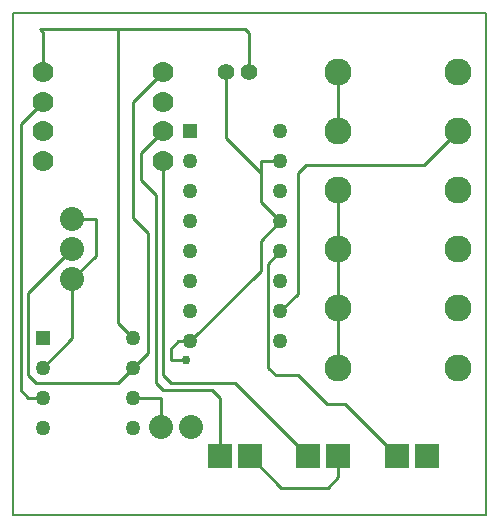
<source format=gbr>
G04 PROTEUS GERBER X2 FILE*
%TF.GenerationSoftware,Labcenter,Proteus,8.6-SP2-Build23525*%
%TF.CreationDate,2021-09-04T14:22:35+00:00*%
%TF.FileFunction,Copper,L2,Bot*%
%TF.FilePolarity,Positive*%
%TF.Part,Single*%
%FSLAX45Y45*%
%MOMM*%
G01*
%TA.AperFunction,Conductor*%
%ADD10C,0.254000*%
%TA.AperFunction,ViaPad*%
%ADD11C,0.762000*%
%TA.AperFunction,WasherPad*%
%ADD12C,1.397000*%
%TA.AperFunction,ComponentPad*%
%ADD13C,1.778000*%
%TA.AperFunction,ComponentPad*%
%ADD14C,2.032000*%
%TA.AperFunction,ComponentPad*%
%ADD15R,1.270000X1.270000*%
%ADD16C,1.270000*%
%TA.AperFunction,ComponentPad*%
%ADD17C,2.286000*%
%ADD18R,2.032000X2.032000*%
%TA.AperFunction,Profile*%
%ADD19C,0.203200*%
%TD.AperFunction*%
D10*
X-3111500Y+2867305D02*
X-3111500Y+373500D01*
X-2988000Y+250000D01*
X-3111500Y+2867305D02*
X-3775844Y+2867305D01*
X-3750000Y+2841461D01*
X-3750000Y+2500000D01*
X-3111500Y+2867305D02*
X-2036118Y+2867305D01*
X-2001324Y+2832511D01*
X-2001324Y+2501324D01*
X-2000000Y+2500000D01*
X-3500000Y+750000D02*
X-3500000Y+246000D01*
X-3750000Y-4000D01*
X-2988000Y-257999D02*
X-2988000Y-258000D01*
X-2750000Y-257999D01*
X-2750000Y-500000D01*
X-3500000Y+750000D02*
X-3302000Y+948000D01*
X-3302000Y+1258000D01*
X-3500000Y+1258000D01*
X-2988000Y-4000D02*
X-2857500Y+126501D01*
X-2857500Y+1143000D01*
X-2984500Y+1270000D01*
X-2984500Y+2249500D01*
X-2734000Y+2500000D01*
X-2988000Y-3999D02*
X-2988000Y-4000D01*
X-3111001Y-127000D01*
X-3810000Y-127000D01*
X-3873500Y-63500D01*
X-3873500Y+630500D01*
X-3500000Y+1004000D01*
X-3750000Y+2250000D02*
X-3937000Y+2063000D01*
X-3937000Y-190500D01*
X-3869500Y-258000D01*
X-3750000Y-258000D01*
X-750000Y-750000D02*
X-1188740Y-311260D01*
X-1339740Y-311260D01*
X-1587500Y-63500D01*
X-1778000Y-63500D01*
X-1841500Y+0D01*
X-1841500Y+880500D01*
X-1738000Y+984000D01*
X-234000Y+2000000D02*
X-519500Y+1714500D01*
X-1524000Y+1714500D01*
X-1587500Y+1651000D01*
X-1587500Y+626500D01*
X-1738000Y+476000D01*
X-1250000Y+2500000D02*
X-1250000Y+2000000D01*
X-1250000Y+500000D02*
X-1250000Y+0D01*
X-1250000Y+1000000D02*
X-1250000Y+500000D01*
X-1250000Y+1500000D02*
X-1250000Y+1000000D01*
X-2250000Y-750000D02*
X-2250000Y-254000D01*
X-2313500Y-190500D01*
X-2730500Y-190500D01*
X-2794000Y-127000D01*
X-2794000Y+1460500D01*
X-2921000Y+1587500D01*
X-2921000Y+1813000D01*
X-2734000Y+2000000D01*
X-1500000Y-750000D02*
X-2123000Y-127000D01*
X-2667000Y-127000D01*
X-2734000Y-60000D01*
X-2734000Y+1750000D01*
X-2500000Y+222000D02*
X-1905000Y+817000D01*
X-1905000Y+1071000D01*
X-1738000Y+1238000D01*
X-1905000Y+1651000D02*
X-2200000Y+1946000D01*
X-2200000Y+2500000D01*
X-2500000Y+222000D02*
X-2603500Y+222000D01*
X-2667000Y+158500D01*
X-2667000Y+63500D01*
X-2540000Y+63500D01*
X-1905000Y+1651000D02*
X-1905000Y+1746001D01*
X-1738000Y+1746000D01*
X-1738000Y+1746001D01*
X-1996000Y-750000D02*
X-1730000Y-1016000D01*
X-1333500Y-1016000D01*
X-1246000Y-928500D01*
X-1246000Y-750000D01*
X-1738000Y+1238000D02*
X-1905000Y+1405000D01*
X-1905000Y+1651000D01*
D11*
X-2540000Y+63500D03*
D12*
X-2200000Y+2500000D03*
X-2000000Y+2500000D03*
D13*
X-3750000Y+2500000D03*
X-2734000Y+2500000D03*
X-3750000Y+2250000D03*
X-2734000Y+2250000D03*
X-3750000Y+2000000D03*
X-2734000Y+2000000D03*
X-3750000Y+1750000D03*
X-2734000Y+1750000D03*
D14*
X-3500000Y+750000D03*
X-3500000Y+1004000D03*
X-3500000Y+1258000D03*
D15*
X-2500000Y+2000000D03*
D16*
X-2500000Y+1746000D03*
X-2500000Y+1492000D03*
X-2500000Y+1238000D03*
X-2500000Y+984000D03*
X-2500000Y+730000D03*
X-2500000Y+476000D03*
X-2500000Y+222000D03*
X-1738000Y+222000D03*
X-1738000Y+476000D03*
X-1738000Y+730000D03*
X-1738000Y+984000D03*
X-1738000Y+1238000D03*
X-1738000Y+1492000D03*
X-1738000Y+1746000D03*
X-1738000Y+2000000D03*
D15*
X-3750000Y+250000D03*
D16*
X-3750000Y-4000D03*
X-3750000Y-258000D03*
X-3750000Y-512000D03*
X-2988000Y-512000D03*
X-2988000Y-258000D03*
X-2988000Y-4000D03*
X-2988000Y+250000D03*
D17*
X-234000Y+2500000D03*
X-1250000Y+2500000D03*
X-234000Y+2000000D03*
X-1250000Y+2000000D03*
X-234000Y+1500000D03*
X-1250000Y+1500000D03*
X-234000Y+1000000D03*
X-1250000Y+1000000D03*
X-234000Y+500000D03*
X-1250000Y+500000D03*
X-234000Y+0D03*
X-1250000Y+0D03*
D14*
X-2750000Y-500000D03*
X-2496000Y-500000D03*
D18*
X-2250000Y-750000D03*
X-1996000Y-750000D03*
X-1500000Y-750000D03*
X-1246000Y-750000D03*
X-750000Y-750000D03*
X-496000Y-750000D03*
D19*
X-4000000Y+3000000D02*
X-4000000Y-1250000D01*
X+0Y-1250000D01*
X+0Y+3000000D01*
X-4000000Y+3000000D02*
X+0Y+3000000D01*
M02*

</source>
